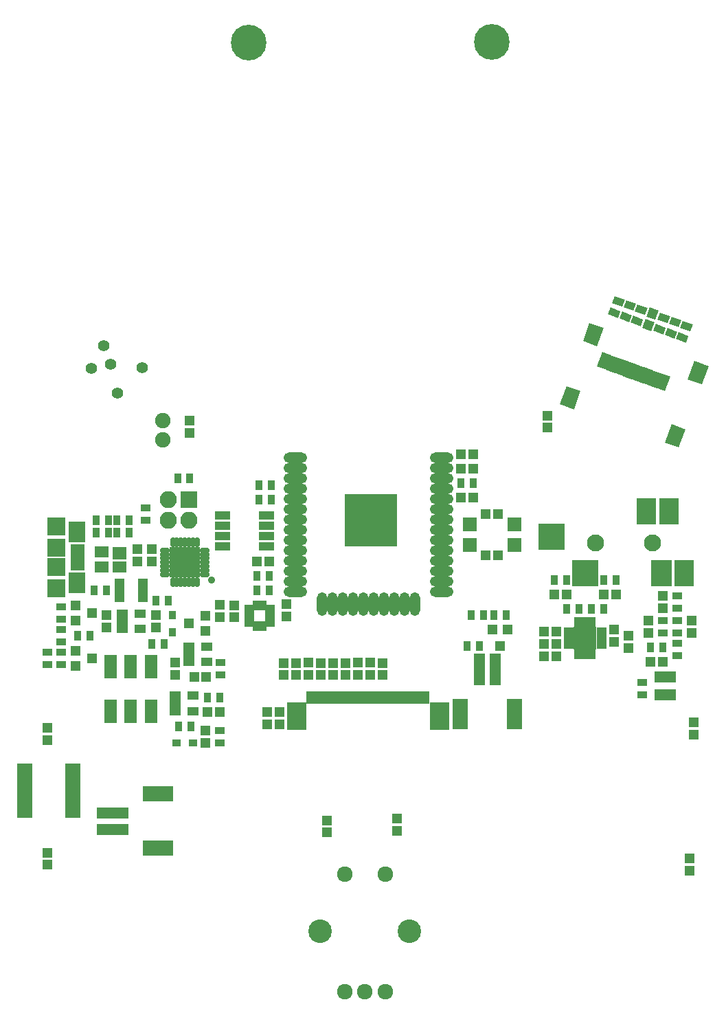
<source format=gbr>
G04 #@! TF.FileFunction,Soldermask,Bot*
%FSLAX46Y46*%
G04 Gerber Fmt 4.6, Leading zero omitted, Abs format (unit mm)*
G04 Created by KiCad (PCBNEW 4.0.6) date 04/26/17 00:01:20*
%MOMM*%
%LPD*%
G01*
G04 APERTURE LIST*
%ADD10C,0.100000*%
%ADD11R,2.100000X2.100000*%
%ADD12O,2.100000X2.100000*%
%ADD13R,0.900000X1.300000*%
%ADD14R,2.300000X2.300000*%
%ADD15R,1.750000X0.800000*%
%ADD16R,2.000000X2.500000*%
%ADD17R,2.300000X2.200000*%
%ADD18O,2.900000X1.300000*%
%ADD19O,1.300000X2.900000*%
%ADD20R,6.400000X6.400000*%
%ADD21R,1.150000X1.200000*%
%ADD22R,1.200000X1.150000*%
%ADD23R,0.850000X1.000000*%
%ADD24R,1.000000X0.850000*%
%ADD25R,3.900000X1.400000*%
%ADD26R,3.800000X1.900000*%
%ADD27R,1.300000X1.200000*%
%ADD28R,1.200000X1.300000*%
%ADD29R,1.300000X0.900000*%
%ADD30R,1.600000X2.900000*%
%ADD31R,1.460000X1.050000*%
%ADD32O,1.250000X0.700000*%
%ADD33O,0.700000X1.250000*%
%ADD34R,2.075000X2.075000*%
%ADD35R,1.950000X1.000000*%
%ADD36R,2.400000X3.400000*%
%ADD37R,0.700000X1.650000*%
%ADD38R,1.799540X1.598880*%
%ADD39R,1.799540X1.400760*%
%ADD40R,1.300000X2.900000*%
%ADD41C,2.900000*%
%ADD42C,1.924000*%
%ADD43R,1.850000X0.850000*%
%ADD44R,1.700000X1.700000*%
%ADD45R,1.200000X0.750000*%
%ADD46R,0.750000X1.200000*%
%ADD47R,1.650000X1.650000*%
%ADD48C,4.400000*%
%ADD49R,0.800000X1.460000*%
%ADD50C,2.100000*%
%ADD51R,3.200000X3.200000*%
%ADD52R,2.400000X3.200000*%
%ADD53R,2.600000X3.200000*%
%ADD54C,1.400000*%
%ADD55R,1.400000X3.900000*%
%ADD56R,1.900000X3.800000*%
%ADD57C,0.908000*%
%ADD58R,0.705000X1.213000*%
%ADD59R,1.213000X0.705000*%
%ADD60C,1.900000*%
G04 APERTURE END LIST*
D10*
D11*
X110744000Y-85852000D03*
D12*
X110744000Y-88392000D03*
X108204000Y-85852000D03*
X108204000Y-88392000D03*
D13*
X160384772Y-99312274D03*
X161884772Y-99312274D03*
D14*
X94383011Y-91741175D03*
X94383011Y-94141175D03*
D15*
X97058551Y-94242075D03*
X97058551Y-93592075D03*
X97058551Y-92942075D03*
X97058551Y-92292075D03*
X97058551Y-91642075D03*
D16*
X96933551Y-96042075D03*
X96933011Y-89842075D03*
D17*
X94383011Y-96741175D03*
X94383011Y-89141175D03*
D18*
X123888000Y-80692000D03*
X123888000Y-81962000D03*
X123888000Y-83232000D03*
X123888000Y-84502000D03*
X123888000Y-85772000D03*
X123888000Y-87042000D03*
X123888000Y-88312000D03*
X123888000Y-89582000D03*
X123888000Y-90852000D03*
X123888000Y-92122000D03*
X123888000Y-93392000D03*
X123888000Y-94662000D03*
X123888000Y-95932000D03*
X123888000Y-97202000D03*
D19*
X127173000Y-98692000D03*
X128443000Y-98692000D03*
X129713000Y-98692000D03*
X130983000Y-98692000D03*
X132253000Y-98692000D03*
X133523000Y-98692000D03*
X134793000Y-98692000D03*
X136063000Y-98692000D03*
X137333000Y-98692000D03*
X138603000Y-98692000D03*
D18*
X141888000Y-97202000D03*
X141888000Y-95932000D03*
X141888000Y-94662000D03*
X141888000Y-93392000D03*
X141888000Y-92122000D03*
X141888000Y-90852000D03*
X141888000Y-89582000D03*
X141888000Y-88312000D03*
X141888000Y-87042000D03*
X141888000Y-85772000D03*
X141888000Y-84502000D03*
X141888000Y-83232000D03*
X141888000Y-81962000D03*
X141888000Y-80692000D03*
D20*
X133188000Y-88392000D03*
D21*
X104394000Y-91948000D03*
X104394000Y-93448000D03*
X106172000Y-91960000D03*
X106172000Y-93460000D03*
X106680000Y-100088000D03*
X106680000Y-101588000D03*
X100584000Y-100088000D03*
X100584000Y-101588000D03*
D22*
X113042000Y-112014000D03*
X114542000Y-112014000D03*
X120650000Y-93472001D03*
X119150000Y-93472001D03*
X144296000Y-82042000D03*
X145796000Y-82042000D03*
X144284000Y-80264000D03*
X145784000Y-80264000D03*
X147344000Y-87630000D03*
X148844000Y-87630000D03*
X147332000Y-92710000D03*
X148832000Y-92710000D03*
X144272000Y-85598000D03*
X145772000Y-85598000D03*
D10*
G36*
X167718596Y-65092246D02*
X166637950Y-64698923D01*
X167048374Y-63571292D01*
X168129020Y-63964615D01*
X167718596Y-65092246D01*
X167718596Y-65092246D01*
G37*
G36*
X168231626Y-63682708D02*
X167150980Y-63289385D01*
X167561404Y-62161754D01*
X168642050Y-62555077D01*
X168231626Y-63682708D01*
X168231626Y-63682708D01*
G37*
D21*
X109085383Y-105913491D03*
X109085383Y-107413491D03*
X112776000Y-115812000D03*
X112776000Y-114312000D03*
D22*
X112883386Y-107679494D03*
X111383386Y-107679494D03*
D21*
X134620000Y-107442000D03*
X134620000Y-105942000D03*
X133096000Y-107430000D03*
X133096000Y-105930000D03*
X131572000Y-107430000D03*
X131572000Y-105930000D03*
X128524000Y-107442000D03*
X128524000Y-105942000D03*
X127000000Y-107442000D03*
X127000000Y-105942000D03*
X123952000Y-107442000D03*
X123952000Y-105942000D03*
X120396000Y-113526000D03*
X120396000Y-112026000D03*
X125476000Y-107430000D03*
X125476000Y-105930000D03*
X122428000Y-107442000D03*
X122428000Y-105942000D03*
X121920000Y-113526000D03*
X121920000Y-112026000D03*
X93345000Y-113931000D03*
X93345000Y-115431000D03*
X93345000Y-130810000D03*
X93345000Y-129310000D03*
X127762000Y-126849000D03*
X127762000Y-125349000D03*
X136398000Y-126607000D03*
X136398000Y-125107000D03*
X172466000Y-131560000D03*
X172466000Y-130060000D03*
X172974000Y-113296000D03*
X172974000Y-114796000D03*
D10*
G36*
X156490819Y-74097935D02*
X157311667Y-71842672D01*
X159050099Y-72475409D01*
X158229251Y-74730672D01*
X156490819Y-74097935D01*
X156490819Y-74097935D01*
G37*
G36*
X159329586Y-66298486D02*
X160150434Y-64043223D01*
X161888866Y-64675960D01*
X161068018Y-66931223D01*
X159329586Y-66298486D01*
X159329586Y-66298486D01*
G37*
G36*
X169411593Y-78800712D02*
X170232441Y-76545449D01*
X171970873Y-77178186D01*
X171150025Y-79433449D01*
X169411593Y-78800712D01*
X169411593Y-78800712D01*
G37*
G36*
X172250360Y-71001263D02*
X173071208Y-68746000D01*
X174809640Y-69378737D01*
X173988792Y-71634000D01*
X172250360Y-71001263D01*
X172250360Y-71001263D01*
G37*
G36*
X161067708Y-69431928D02*
X161717547Y-67646512D01*
X162845178Y-68056936D01*
X162195339Y-69842352D01*
X161067708Y-69431928D01*
X161067708Y-69431928D01*
G37*
G36*
X162101369Y-69808150D02*
X162751208Y-68022734D01*
X163878839Y-68433158D01*
X163229000Y-70218574D01*
X162101369Y-69808150D01*
X162101369Y-69808150D01*
G37*
G36*
X163135031Y-70184372D02*
X163784870Y-68398956D01*
X164912501Y-68809380D01*
X164262662Y-70594796D01*
X163135031Y-70184372D01*
X163135031Y-70184372D01*
G37*
G36*
X164168693Y-70560594D02*
X164818532Y-68775178D01*
X165946163Y-69185602D01*
X165296324Y-70971018D01*
X164168693Y-70560594D01*
X164168693Y-70560594D01*
G37*
G36*
X165202355Y-70936816D02*
X165852194Y-69151400D01*
X166979825Y-69561824D01*
X166329986Y-71347240D01*
X165202355Y-70936816D01*
X165202355Y-70936816D01*
G37*
G36*
X166236017Y-71313039D02*
X166885856Y-69527623D01*
X168013487Y-69938047D01*
X167363648Y-71723463D01*
X166236017Y-71313039D01*
X166236017Y-71313039D01*
G37*
G36*
X167269679Y-71689261D02*
X167919518Y-69903845D01*
X169047149Y-70314269D01*
X168397310Y-72099685D01*
X167269679Y-71689261D01*
X167269679Y-71689261D01*
G37*
G36*
X168303341Y-72065483D02*
X168953180Y-70280067D01*
X170080811Y-70690491D01*
X169430972Y-72475907D01*
X168303341Y-72065483D01*
X168303341Y-72065483D01*
G37*
D23*
X108712000Y-102142000D03*
X108712000Y-100042000D03*
D24*
X111286000Y-115824000D03*
X109186000Y-115824000D03*
D25*
X101384000Y-126428000D03*
X101384000Y-124428000D03*
D26*
X106934000Y-128778000D03*
X106934000Y-122078000D03*
D27*
X112760000Y-100142000D03*
X112760000Y-102042000D03*
X110760000Y-101092000D03*
D28*
X148148000Y-101870000D03*
X150048000Y-101870000D03*
X149098000Y-103870000D03*
D29*
X105410000Y-88380000D03*
X105410000Y-86880000D03*
D13*
X120638000Y-97028000D03*
X119138000Y-97028000D03*
X120638000Y-95250000D03*
X119138000Y-95250000D03*
X106692000Y-98298000D03*
X108192000Y-98298000D03*
X107684000Y-103632000D03*
X106184000Y-103632000D03*
X144296000Y-83820000D03*
X145796000Y-83820000D03*
D29*
X114554000Y-115812000D03*
X114554000Y-114312000D03*
D13*
X113042000Y-110236000D03*
X114542000Y-110236000D03*
X119392000Y-84074000D03*
X120892000Y-84074000D03*
X119404000Y-85852000D03*
X120904000Y-85852000D03*
X148348000Y-100076000D03*
X149848000Y-100076000D03*
X146558000Y-103886000D03*
X145058000Y-103886000D03*
D30*
X101092000Y-111926000D03*
X103592000Y-111926000D03*
X106092000Y-111926000D03*
X101092000Y-106426000D03*
X103592000Y-106426000D03*
X106092000Y-106426000D03*
D31*
X102532000Y-101788000D03*
X102532000Y-100838000D03*
X102532000Y-99888000D03*
X104732000Y-99888000D03*
X104732000Y-101788000D03*
D32*
X107810000Y-95062000D03*
X107810000Y-94562000D03*
X107810000Y-94062000D03*
X107810000Y-93562000D03*
X107810000Y-93062000D03*
X107810000Y-92562000D03*
X107810000Y-92062000D03*
D33*
X108760000Y-91112000D03*
X109260000Y-91112000D03*
X109760000Y-91112000D03*
X110260000Y-91112000D03*
X110760000Y-91112000D03*
X111260000Y-91112000D03*
X111760000Y-91112000D03*
D32*
X112710000Y-92062000D03*
X112710000Y-92562000D03*
X112710000Y-93062000D03*
X112710000Y-93562000D03*
X112710000Y-94062000D03*
X112710000Y-94562000D03*
X112710000Y-95062000D03*
D33*
X111760000Y-96012000D03*
X111260000Y-96012000D03*
X110760000Y-96012000D03*
X110260000Y-96012000D03*
X109760000Y-96012000D03*
X109260000Y-96012000D03*
X108760000Y-96012000D03*
D34*
X111097500Y-92724500D03*
X111097500Y-94399500D03*
X109422500Y-92724500D03*
X109422500Y-94399500D03*
D35*
X114902000Y-91567002D03*
X114902000Y-90297002D03*
X114902000Y-89027002D03*
X114902000Y-87757002D03*
X120302000Y-87757002D03*
X120302000Y-89027002D03*
X120302000Y-90297002D03*
X120302000Y-91567002D03*
D21*
X130048000Y-107442000D03*
X130048000Y-105942000D03*
D36*
X124042000Y-112522000D03*
X141617000Y-112522000D03*
D37*
X140077000Y-110197000D03*
X139577000Y-110197000D03*
X139082000Y-110197000D03*
X138582000Y-110197000D03*
X138082000Y-110197000D03*
X137582000Y-110197000D03*
X137082000Y-110197000D03*
X136582000Y-110197000D03*
X136082000Y-110197000D03*
X135582000Y-110197000D03*
X135082000Y-110197000D03*
X134582000Y-110197000D03*
X134082000Y-110197000D03*
X133582000Y-110197000D03*
X133082000Y-110197000D03*
X132582000Y-110197000D03*
X132082000Y-110197000D03*
X131582000Y-110197000D03*
X131082000Y-110197000D03*
X130582000Y-110197000D03*
X130082000Y-110197000D03*
X129582000Y-110197000D03*
X129082000Y-110197000D03*
X128582000Y-110197000D03*
X128082000Y-110197000D03*
X127582000Y-110197000D03*
X127082000Y-110197000D03*
X126582000Y-110197000D03*
X126082000Y-110197000D03*
X125582000Y-110197000D03*
D38*
X102191820Y-92448380D03*
D39*
X102191820Y-94167960D03*
X99992180Y-94167960D03*
X99992180Y-92268040D03*
D31*
X109052000Y-111882000D03*
X109052000Y-110932000D03*
X109052000Y-109982000D03*
X111252000Y-109982000D03*
X111252000Y-111882000D03*
X110779383Y-105835486D03*
X110779383Y-104885486D03*
X110779383Y-103935486D03*
X112979383Y-103935486D03*
X112979383Y-105835486D03*
D40*
X102182000Y-97028000D03*
X105082000Y-97028000D03*
D13*
X109498000Y-113792000D03*
X110998000Y-113792000D03*
D29*
X114673384Y-107413492D03*
X114673384Y-105913492D03*
D41*
X137961000Y-138963400D03*
D42*
X129961000Y-131963400D03*
X134961000Y-131963400D03*
X129961000Y-146463400D03*
X132461000Y-146463400D03*
X134961000Y-146463400D03*
D41*
X126961000Y-138963400D03*
D43*
X90522000Y-124591000D03*
X90522000Y-123941000D03*
X90522000Y-123291000D03*
X90522000Y-122641000D03*
X90522000Y-121991000D03*
X90522000Y-121341000D03*
X90522000Y-120691000D03*
X90522000Y-120041000D03*
X90522000Y-119391000D03*
X90522000Y-118741000D03*
X96422000Y-118741000D03*
X96422000Y-119391000D03*
X96422000Y-120041000D03*
X96422000Y-120691000D03*
X96422000Y-121341000D03*
X96422000Y-121991000D03*
X96422000Y-122641000D03*
X96422000Y-123291000D03*
X96422000Y-123941000D03*
X96422000Y-124591000D03*
D44*
X145376000Y-91440000D03*
X145376000Y-88840000D03*
X150876000Y-88840000D03*
X150876000Y-91440000D03*
D21*
X114554000Y-98818000D03*
X114554000Y-100318000D03*
X116332000Y-98830000D03*
X116332000Y-100330000D03*
X122809000Y-100203000D03*
X122809000Y-98703000D03*
D22*
X156054776Y-103630271D03*
X154554776Y-103630271D03*
X156054767Y-102106282D03*
X154554767Y-102106282D03*
D21*
X164956768Y-104126277D03*
X164956768Y-102626277D03*
D22*
X156054767Y-105154269D03*
X154554767Y-105154269D03*
D21*
X163178770Y-103364282D03*
X163178770Y-101864282D03*
D22*
X161908764Y-97534281D03*
X163408764Y-97534281D03*
X157324769Y-97534283D03*
X155824769Y-97534283D03*
D21*
X154940000Y-75462001D03*
X154940000Y-76962001D03*
X110871000Y-76097000D03*
X110871000Y-77597000D03*
D27*
X96806000Y-106360000D03*
X96806000Y-104460000D03*
X98806000Y-105410000D03*
X96806000Y-100772000D03*
X96806000Y-98872000D03*
X98806000Y-99822000D03*
D29*
X94996000Y-106160000D03*
X94996000Y-104660000D03*
D13*
X98552000Y-102616000D03*
X97052000Y-102616000D03*
D29*
X94996000Y-100572000D03*
X94996000Y-99072000D03*
D13*
X100572000Y-97028000D03*
X99072000Y-97028000D03*
X161920763Y-95756281D03*
X163420763Y-95756281D03*
X157324767Y-95756283D03*
X155824767Y-95756283D03*
X158848774Y-99312278D03*
X157348774Y-99312278D03*
D45*
X161590771Y-101934283D03*
X161590771Y-102584283D03*
X161590771Y-103234283D03*
X161590771Y-103884283D03*
D46*
X160565771Y-104909283D03*
X159915771Y-104909283D03*
X159265771Y-104909283D03*
X158615771Y-104909283D03*
D45*
X157590771Y-103884283D03*
X157590771Y-103234283D03*
X157590771Y-102584283D03*
X157590771Y-101934283D03*
D46*
X158615771Y-100909283D03*
X159265771Y-100909283D03*
X159915771Y-100909283D03*
X160565771Y-100909283D03*
D47*
X158965771Y-103534283D03*
X158965771Y-102284283D03*
X160215771Y-103534283D03*
X160215771Y-102284283D03*
D48*
X118080000Y-29490000D03*
X148082000Y-29464000D03*
D21*
X169176730Y-97698210D03*
X169176730Y-99198210D03*
D22*
X167664740Y-105802213D03*
X169164740Y-105802213D03*
D21*
X172732733Y-102246214D03*
X172732733Y-100746214D03*
X167398729Y-100734214D03*
X167398729Y-102234214D03*
D29*
X170954728Y-100734212D03*
X170954728Y-102234212D03*
X170954737Y-105028209D03*
X170954737Y-103528209D03*
X169176734Y-102246207D03*
X169176734Y-100746207D03*
D13*
X167664736Y-104024212D03*
X169164736Y-104024212D03*
D29*
X170954736Y-97686209D03*
X170954736Y-99186209D03*
X166636731Y-109842208D03*
X166636731Y-108342208D03*
D49*
X168486732Y-107666213D03*
X169136732Y-107666213D03*
X169796732Y-107666213D03*
X170446732Y-107666213D03*
X170446732Y-109866213D03*
X169796732Y-109866213D03*
X169136732Y-109866213D03*
X168486732Y-109866213D03*
D50*
X167894000Y-91186000D03*
D51*
X155494000Y-90436000D03*
D52*
X167094000Y-87286000D03*
X169894000Y-87286000D03*
D51*
X159594000Y-94886000D03*
D53*
X168994000Y-94886000D03*
D52*
X171794000Y-94886000D03*
D50*
X160894000Y-91186000D03*
D54*
X101124924Y-69149164D03*
X98764924Y-69629164D03*
X100264924Y-66899164D03*
X105014924Y-69559164D03*
X101904924Y-72709164D03*
D55*
X146526000Y-106718000D03*
X148526000Y-106718000D03*
D56*
X144176000Y-112268000D03*
X150876000Y-112268000D03*
D13*
X100838000Y-89916000D03*
X99338000Y-89916000D03*
X103378000Y-89916000D03*
X101878000Y-89916000D03*
X100814000Y-88392000D03*
X99314000Y-88392000D03*
X103354000Y-88392000D03*
X101854000Y-88392000D03*
D57*
X113538000Y-95758000D03*
D58*
X119438000Y-101409000D03*
X119938000Y-101409000D03*
X118938000Y-101409000D03*
X118938000Y-98859000D03*
X119938000Y-98859000D03*
X119438000Y-98859000D03*
D59*
X118163000Y-100134000D03*
X118163000Y-99634000D03*
X118163000Y-99134000D03*
X118163000Y-100634000D03*
X118163000Y-101134000D03*
X120713000Y-101134000D03*
X120713000Y-100634000D03*
X120713000Y-99134000D03*
X120713000Y-99634000D03*
X120713000Y-100134000D03*
D13*
X109371000Y-83185000D03*
X110871000Y-83185000D03*
D10*
G36*
X171630624Y-63801056D02*
X172852224Y-64245682D01*
X172544406Y-65091406D01*
X171322806Y-64646780D01*
X171630624Y-63801056D01*
X171630624Y-63801056D01*
G37*
G36*
X171117594Y-65210594D02*
X172339194Y-65655220D01*
X172031376Y-66500944D01*
X170809776Y-66056318D01*
X171117594Y-65210594D01*
X171117594Y-65210594D01*
G37*
G36*
X170233624Y-63293056D02*
X171455224Y-63737682D01*
X171147406Y-64583406D01*
X169925806Y-64138780D01*
X170233624Y-63293056D01*
X170233624Y-63293056D01*
G37*
G36*
X169720594Y-64702594D02*
X170942194Y-65147220D01*
X170634376Y-65992944D01*
X169412776Y-65548318D01*
X169720594Y-64702594D01*
X169720594Y-64702594D01*
G37*
G36*
X168836624Y-62785056D02*
X170058224Y-63229682D01*
X169750406Y-64075406D01*
X168528806Y-63630780D01*
X168836624Y-62785056D01*
X168836624Y-62785056D01*
G37*
G36*
X168323594Y-64194594D02*
X169545194Y-64639220D01*
X169237376Y-65484944D01*
X168015776Y-65040318D01*
X168323594Y-64194594D01*
X168323594Y-64194594D01*
G37*
G36*
X166042624Y-61769056D02*
X167264224Y-62213682D01*
X166956406Y-63059406D01*
X165734806Y-62614780D01*
X166042624Y-61769056D01*
X166042624Y-61769056D01*
G37*
G36*
X165529594Y-63178594D02*
X166751194Y-63623220D01*
X166443376Y-64468944D01*
X165221776Y-64024318D01*
X165529594Y-63178594D01*
X165529594Y-63178594D01*
G37*
G36*
X164645624Y-61261056D02*
X165867224Y-61705682D01*
X165559406Y-62551406D01*
X164337806Y-62106780D01*
X164645624Y-61261056D01*
X164645624Y-61261056D01*
G37*
G36*
X164132594Y-62670594D02*
X165354194Y-63115220D01*
X165046376Y-63960944D01*
X163824776Y-63516318D01*
X164132594Y-62670594D01*
X164132594Y-62670594D01*
G37*
G36*
X163248624Y-60753056D02*
X164470224Y-61197682D01*
X164162406Y-62043406D01*
X162940806Y-61598780D01*
X163248624Y-60753056D01*
X163248624Y-60753056D01*
G37*
G36*
X162735594Y-62162594D02*
X163957194Y-62607220D01*
X163649376Y-63452944D01*
X162427776Y-63008318D01*
X162735594Y-62162594D01*
X162735594Y-62162594D01*
G37*
D60*
X107569000Y-78486000D03*
X107569000Y-76073000D03*
D29*
X93345000Y-104660000D03*
X93345000Y-106160000D03*
X94996000Y-103366000D03*
X94996000Y-101866000D03*
D13*
X147054000Y-100076000D03*
X145554000Y-100076000D03*
M02*

</source>
